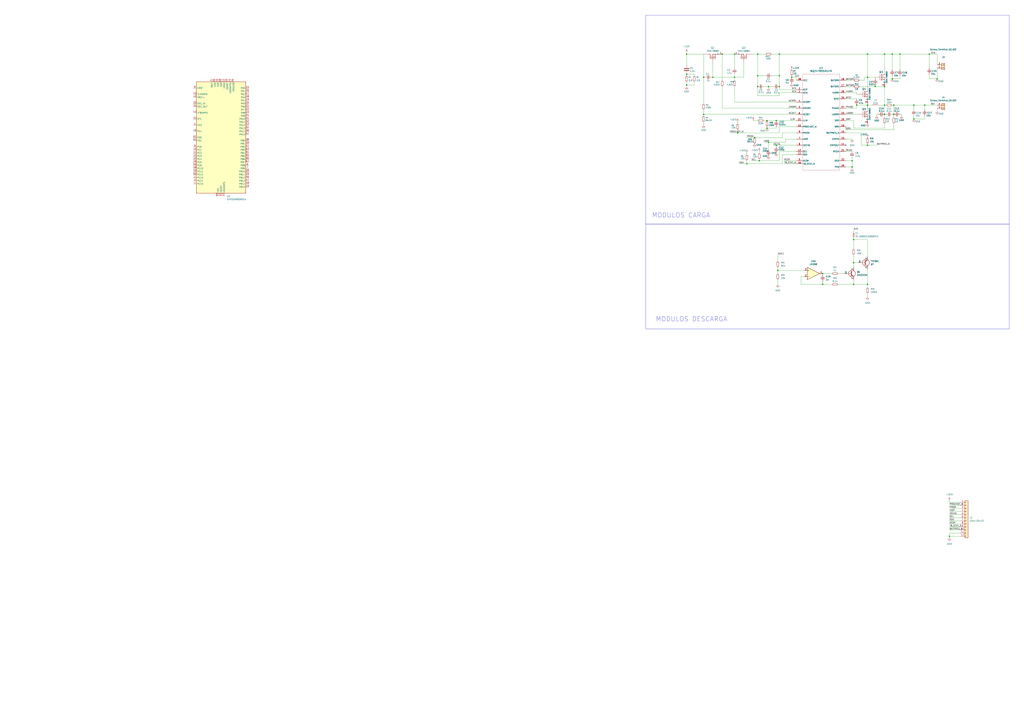
<source format=kicad_sch>
(kicad_sch (version 20250114) (generator "eeschema") (generator_version "9.0")
  (paper "A1")
  (title_block (title "Placa prueba BQ24780s") (date "2025-06-16") (rev "1.0"))
  (lib_symbols
    (symbol "Amplifier_Operational:LM358" (pin_names (offset 0.127))
      (property "Reference" "U" (at 0 5.08 0))
      (property "Value" "LM358" (at 0 -5.08 0))
      (symbol "LM358_1_1"
        (pin input line (at -7.62 2.54 0) (length 2.54) (name "+") (number "3"))
        (pin input line (at -7.62 -2.54 0) (length 2.54) (name "-") (number "2"))
        (pin output line (at 7.62 0 180) (length 2.54) (name "~") (number "1"))
      )
      (symbol "LM358_2_1"
        (pin input line (at -7.62 2.54 0) (length 2.54) (name "+") (number "5"))
        (pin input line (at -7.62 -2.54 0) (length 2.54) (name "-") (number "6"))
        (pin output line (at 7.62 0 180) (length 2.54) (name "~") (number "7"))
      )
      (symbol "LM358_3_1"
        (pin power_in line (at -2.54 7.62 270) (length 3.81) (name "V+") (number "8"))
        (pin power_in line (at -2.54 -7.62 90) (length 3.81) (name "V-") (number "4"))
      )
    )
    (symbol "CSD17308Q3:CSD17308Q3" (pin_names (offset 0.254))
      (property "Reference" "Q2" (at 8.89 0 90))
      (property "Value" "CSD17308Q3" (at 6.35 0 90))
      (symbol "CSD17308Q3_1_1"
        (pin unspecified line (at 3.81 -7.62 90) (length 2.54) (name "S") (number "3"))
      )
    )
    (symbol "CSD17308Q3_1" (pin_names (offset 0.254))
      (property "Reference" "Q6" (at 8.89 0 90))
      (property "Value" "CSD17308Q3" (at 6.35 0 90))
      (symbol "CSD17308Q3_1_1_1"
        (pin unspecified line (at 3.81 -7.62 90) (length 2.54) (name "S") (number "3"))
      )
    )
    (symbol "Connector:Screw_Terminal_01x02" (pin_names (offset 1.016) (hide yes))
      (property "Reference" "J" (at 0 2.54 0))
      (property "Value" "Screw_Terminal_01x02" (at 0 -5.08 0))
      (symbol "Screw_Terminal_01x02_1_1"
        (pin passive line (at -5.08 0 0) (length 3.81) (name "Pin_1") (number "1"))
        (pin passive line (at -5.08 -2.54 0) (length 3.81) (name "Pin_2") (number "2"))
      )
    )
    (symbol "Connector_Generic:Conn_01x12" (pin_names (offset 1.016) (hide yes))
      (property "Reference" "J" (at 0 15.24 0))
      (property "Value" "Conn_01x12" (at 0 -17.78 0))
      (symbol "Conn_01x12_1_1"
        (pin passive line (at -5.08 12.7 0) (length 3.81) (name "Pin_1") (number "1"))
        (pin passive line (at -5.08 10.16 0) (length 3.81) (name "Pin_2") (number "2"))
        (pin passive line (at -5.08 7.62 0) (length 3.81) (name "Pin_3") (number "3"))
        (pin passive line (at -5.08 5.08 0) (length 3.81) (name "Pin_4") (number "4"))
        (pin passive line (at -5.08 2.54 0) (length 3.81) (name "Pin_5") (number "5"))
        (pin passive line (at -5.08 0 0) (length 3.81) (name "Pin_6") (number "6"))
        (pin passive line (at -5.08 -2.54 0) (length 3.81) (name "Pin_7") (number "7"))
        (pin passive line (at -5.08 -5.08 0) (length 3.81) (name "Pin_8") (number "8"))
        (pin passive line (at -5.08 -7.62 0) (length 3.81) (name "Pin_9") (number "9"))
        (pin passive line (at -5.08 -10.16 0) (length 3.81) (name "Pin_10") (number "10"))
        (pin passive line (at -5.08 -12.7 0) (length 3.81) (name "Pin_11") (number "11"))
        (pin passive line (at -5.08 -15.24 0) (length 3.81) (name "Pin_12") (number "12"))
      )
    )
    (symbol "Device:C" (pin_numbers (hide yes)) (pin_names (offset 0.254))
      (property "Reference" "C" (at 0.635 2.54 0))
      (property "Value" "C" (at 0.635 -2.54 0))
      (symbol "C_1_1"
        (pin passive line (at 0 3.81 270) (length 2.794) (name "~") (number "1"))
        (pin passive line (at 0 -3.81 90) (length 2.794) (name "~") (number "2"))
      )
    )
    (symbol "Device:C_Small" (pin_numbers (hide yes)) (pin_names (offset 0.254) (hide yes))
      (property "Reference" "C" (at 0.254 1.778 0))
      (property "Value" "C_Small" (at 0.254 -2.032 0))
      (symbol "C_Small_1_1"
        (pin passive line (at 0 2.54 270) (length 2.032) (name "~") (number "1"))
        (pin passive line (at 0 -2.54 90) (length 2.032) (name "~") (number "2"))
      )
    )
    (symbol "Device:Fuse_Small" (pin_numbers (hide yes)) (pin_names (offset 0.254) (hide yes))
      (property "Reference" "F" (at 0 -1.524 0))
      (property "Value" "Fuse_Small" (at 0 1.524 0))
      (symbol "Fuse_Small_1_1"
        (pin passive line (at -2.54 0 0) (length 1.27) (name "~") (number "1"))
        (pin passive line (at 2.54 0 180) (length 1.27) (name "~") (number "2"))
      )
    )
    (symbol "Device:L_Small" (pin_numbers (hide yes)) (pin_names (offset 0.254) (hide yes))
      (property "Reference" "L" (at 0.762 1.016 0))
      (property "Value" "L_Small" (at 0.762 -1.016 0))
      (symbol "L_Small_1_1"
        (pin passive line (at 0 2.54 270) (length 0.508) (name "~") (number "1"))
        (pin passive line (at 0 -2.54 90) (length 0.508) (name "~") (number "2"))
      )
    )
    (symbol "Device:R_Small" (pin_numbers (hide yes)) (pin_names (offset 0.254) (hide yes))
      (property "Reference" "R" (at 0 0 90))
      (property "Value" "R_Small" (at 1.778 0 90))
      (symbol "R_Small_1_1"
        (pin passive line (at 0 2.54 270) (length 0.762) (name "~") (number "1"))
        (pin passive line (at 0 -2.54 90) (length 0.762) (name "~") (number "2"))
      )
    )
    (symbol "MCU_ST_STM32WB:STM32WB55RGVx"
      (property "Reference" "U" (at -20.32 46.99 0))
      (property "Value" "STM32WB55RGVx" (at 12.7 46.99 0))
      (symbol "STM32WB55RGVx_1_1"
        (pin input line (at -22.86 40.64 0) (length 2.54) (name "NRST") (number "8"))
        (pin power_in line (at -22.86 35.56 0) (length 2.54) (name "VLXSMPS") (number "43"))
        (pin input line (at -22.86 33.02 0) (length 2.54) (name "VREF+") (number "13"))
        (pin input line (at -22.86 27.94 0) (length 2.54) (name "OSC_IN") (number "35"))
        (pin input line (at -22.86 25.4 0) (length 2.54) (name "OSC_OUT") (number "34"))
        (pin input line (at -22.86 20.32 0) (length 2.54) (name "VFBSMPS") (number "41"))
        (pin bidirectional line (at -22.86 15.24 0) (length 2.54) (name "RF1") (number "31"))
        (pin bidirectional line (at -22.86 10.16 0) (length 2.54) (name "PH3") (number "5"))
        (pin bidirectional line (at -22.86 5.08 0) (length 2.54) (name "PE4") (number "40"))
        (pin bidirectional line (at -22.86 0 0) (length 2.54) (name "PD0") (number "61"))
        (pin bidirectional line (at -22.86 -2.54 0) (length 2.54) (name "PD1") (number "62"))
        (pin bidirectional line (at -22.86 -7.62 0) (length 2.54) (name "PC0") (number "9"))
        (pin bidirectional line (at -22.86 -10.16 0) (length 2.54) (name "PC1") (number "10"))
        (pin bidirectional line (at -22.86 -12.7 0) (length 2.54) (name "PC2") (number "11"))
        (pin bidirectional line (at -22.86 -15.24 0) (length 2.54) (name "PC3") (number "12"))
        (pin bidirectional line (at -22.86 -17.78 0) (length 2.54) (name "PC4") (number "25"))
        (pin bidirectional line (at -22.86 -20.32 0) (length 2.54) (name "PC5") (number "26"))
        (pin bidirectional line (at -22.86 -22.86 0) (length 2.54) (name "PC6") (number "50"))
        (pin bidirectional line (at -22.86 -25.4 0) (length 2.54) (name "PC10") (number "58"))
        (pin bidirectional line (at -22.86 -27.94 0) (length 2.54) (name "PC11") (number "59"))
        (pin bidirectional line (at -22.86 -30.48 0) (length 2.54) (name "PC12") (number "60"))
        (pin bidirectional line (at -22.86 -33.02 0) (length 2.54) (name "PC13") (number "2"))
        (pin bidirectional line (at -22.86 -35.56 0) (length 2.54) (name "PC14") (number "3"))
        (pin bidirectional line (at -22.86 -38.1 0) (length 2.54) (name "PC15") (number "4"))
        (pin no_connect line (at -20.32 -43.18 0) (length 2.54) (hide yes) (name "AT1") (number "37"))
        (pin no_connect line (at -20.32 -45.72 0) (length 2.54) (hide yes) (name "AT0") (number "36"))
        (pin power_in line (at -7.62 48.26 270) (length 2.54) (name "VBAT") (number "1"))
        (pin power_in line (at -5.08 48.26 270) (length 2.54) (name "VDD") (number "30"))
        (pin power_in line (at -2.54 48.26 270) (length 2.54) (name "VDD") (number "45"))
        (pin power_in line (at -2.54 -48.26 90) (length 2.54) (name "VSS") (number "69"))
        (pin power_in line (at 0 48.26 270) (length 2.54) (name "VDD") (number "68"))
        (pin power_in line (at 0 -48.26 90) (length 2.54) (name "VSSRF") (number "32"))
        (pin power_in line (at 2.54 48.26 270) (length 2.54) (name "VDDA") (number "14"))
        (pin power_in line (at 2.54 -48.26 90) (length 2.54) (name "VSSSMPS") (number "42"))
        (pin power_in line (at 5.08 48.26 270) (length 2.54) (name "VDDRF") (number "33"))
        (pin power_in line (at 7.62 48.26 270) (length 2.54) (name "VDDSMPS") (number "44"))
        (pin power_in line (at 10.16 48.26 270) (length 2.54) (name "VDDUSB") (number "55"))
        (pin bidirectional line (at 22.86 40.64 180) (length 2.54) (name "PA0") (number "15"))
        (pin bidirectional line (at 22.86 38.1 180) (length 2.54) (name "PA1") (number "16"))
        (pin bidirectional line (at 22.86 35.56 180) (length 2.54) (name "PA2") (number "17"))
        (pin bidirectional line (at 22.86 33.02 180) (length 2.54) (name "PA3") (number "18"))
        (pin bidirectional line (at 22.86 30.48 180) (length 2.54) (name "PA4") (number "19"))
        (pin bidirectional line (at 22.86 27.94 180) (length 2.54) (name "PA5") (number "20"))
        (pin bidirectional line (at 22.86 25.4 180) (length 2.54) (name "PA6") (number "21"))
        (pin bidirectional line (at 22.86 22.86 180) (length 2.54) (name "PA7") (number "22"))
        (pin bidirectional line (at 22.86 20.32 180) (length 2.54) (name "PA8") (number "23"))
        (pin bidirectional line (at 22.86 17.78 180) (length 2.54) (name "PA9") (number "24"))
        (pin bidirectional line (at 22.86 15.24 180) (length 2.54) (name "PA10") (number "51"))
        (pin bidirectional line (at 22.86 12.7 180) (length 2.54) (name "PA11") (number "52"))
        (pin bidirectional line (at 22.86 10.16 180) (length 2.54) (name "PA12") (number "53"))
        (pin bidirectional line (at 22.86 7.62 180) (length 2.54) (name "PA13") (number "54"))
        (pin bidirectional line (at 22.86 5.08 180) (length 2.54) (name "PA14") (number "56"))
        (pin bidirectional line (at 22.86 2.54 180) (length 2.54) (name "PA15") (number "57"))
        (pin bidirectional line (at 22.86 -2.54 180) (length 2.54) (name "PB0") (number "38"))
        (pin bidirectional line (at 22.86 -5.08 180) (length 2.54) (name "PB1") (number "39"))
        (pin bidirectional line (at 22.86 -7.62 180) (length 2.54) (name "PB2") (number "27"))
        (pin bidirectional line (at 22.86 -10.16 180) (length 2.54) (name "PB3") (number "63"))
        (pin bidirectional line (at 22.86 -12.7 180) (length 2.54) (name "PB4") (number "64"))
        (pin bidirectional line (at 22.86 -15.24 180) (length 2.54) (name "PB5") (number "65"))
        (pin bidirectional line (at 22.86 -17.78 180) (length 2.54) (name "PB6") (number "66"))
        (pin bidirectional line (at 22.86 -20.32 180) (length 2.54) (name "PB7") (number "67"))
        (pin bidirectional line (at 22.86 -22.86 180) (length 2.54) (name "PB8") (number "6"))
        (pin bidirectional line (at 22.86 -25.4 180) (length 2.54) (name "PB9") (number "7"))
        (pin bidirectional line (at 22.86 -27.94 180) (length 2.54) (name "PB10") (number "28"))
        (pin bidirectional line (at 22.86 -30.48 180) (length 2.54) (name "PB11") (number "29"))
        (pin bidirectional line (at 22.86 -33.02 180) (length 2.54) (name "PB12") (number "46"))
        (pin bidirectional line (at 22.86 -35.56 180) (length 2.54) (name "PB13") (number "47"))
        (pin bidirectional line (at 22.86 -38.1 180) (length 2.54) (name "PB14") (number "48"))
        (pin bidirectional line (at 22.86 -40.64 180) (length 2.54) (name "PB15") (number "49"))
      )
    )
    (symbol "Simulation_SPICE:NPN" (pin_numbers (hide yes)) (pin_names (offset 0))
      (property "Reference" "Q" (at -2.54 7.62 0))
      (property "Value" "NPN" (at -2.54 5.08 0))
      (symbol "NPN_1_1"
        (pin input line (at -5.08 0 0) (length 2.54) (name "B") (number "2"))
        (pin open_collector line (at 2.54 5.08 270) (length 2.54) (name "C") (number "1"))
        (pin open_emitter line (at 2.54 -5.08 90) (length 2.54) (name "E") (number "3"))
      )
    )
    (symbol "Simulation_SPICE:PNP" (pin_numbers (hide yes)) (pin_names (offset 0))
      (property "Reference" "Q" (at -2.54 7.62 0))
      (property "Value" "PNP" (at -2.54 5.08 0))
      (symbol "PNP_1_1"
        (pin input line (at -5.08 0 0) (length 2.54) (name "B") (number "2"))
        (pin open_collector line (at 2.54 5.08 270) (length 2.54) (name "C") (number "1"))
        (pin open_emitter line (at 2.54 -5.08 90) (length 2.54) (name "E") (number "3"))
      )
    )
    (symbol "power:+12V" (power) (pin_numbers (hide yes)) (pin_names (offset 0) (hide yes))
      (property "Value" "+12V" (at 0 3.556 0))
      (symbol "+12V_1_1"
        (pin power_in line (at 0 0 90) (length 0) (name "~") (number "1"))
      )
    )
    (symbol "power:+3V3" (power) (pin_numbers (hide yes)) (pin_names (offset 0) (hide yes))
      (property "Value" "+3V3" (at 0 3.556 0))
      (symbol "+3V3_1_1"
        (pin power_in line (at 0 0 90) (length 0) (name "~") (number "1"))
      )
    )
    (symbol "power:GND" (power) (pin_numbers (hide yes)) (pin_names (offset 0) (hide yes))
      (property "Value" "GND" (at 0 -3.81 0))
      (symbol "GND_1_1"
        (pin power_in line (at 0 0 270) (length 0) (name "~") (number "1"))
      )
    )
    (symbol "project_sch_symbols:BQ24780SRUYR" (pin_names (offset 0.254))
      (property "Reference" "U" (at 0 2.54 0))
      (property "Value" "BQ24780SRUYR" (at 0 0 0))
      (symbol "BQ24780SRUYR_0_1"
        (pin power_in line (at -20.32 33.02 0) (length 5.08) (name "VCC") (number "28"))
        (pin input line (at -20.32 25.4 0) (length 5.08) (name "ACP") (number "2"))
        (pin input line (at -20.32 22.86 0) (length 5.08) (name "ACN") (number "1"))
        (pin output line (at -20.32 15.24 0) (length 5.08) (name "ACDRV") (number "4"))
        (pin input line (at -20.32 10.16 0) (length 5.08) (name "CMSRC") (number "3"))
        (pin input line (at -20.32 5.08 0) (length 5.08) (name "ACDET") (number "6"))
        (pin input line (at -20.32 0 0) (length 5.08) (name "ILIM") (number "21"))
        (pin output line (at -20.32 -5.08 0) (length 5.08) (name "PROCHOT_N") (number "10"))
        (pin output line (at -20.32 -10.16 0) (length 5.08) (name "PMON") (number "9"))
        (pin output line (at -20.32 -15.24 0) (length 5.08) (name "IADP") (number "7"))
        (pin output line (at -20.32 -20.32 0) (length 5.08) (name "IDCHG") (number "8"))
        (pin bidirectional line (at -20.32 -25.4 0) (length 5.08) (name "SCL") (number "12"))
        (pin bidirectional line (at -20.32 -27.94 0) (length 5.08) (name "SDA") (number "11"))
        (pin output line (at -20.32 -33.02 0) (length 5.08) (name "ACOK") (number "5"))
        (pin input line (at -20.32 -35.56 0) (length 5.08) (name "TB_STAT_N") (number "16"))
        (pin input line (at 20.32 33.02 180) (length 5.08) (name "BATDRV") (number "18"))
        (pin output line (at 20.32 27.94 180) (length 5.08) (name "BATSRC") (number "17"))
        (pin power_in line (at 20.32 22.86 180) (length 5.08) (name "HIDRV") (number "26"))
        (pin power_in line (at 20.32 17.78 180) (length 5.08) (name "BTST") (number "25"))
        (pin power_in line (at 20.32 10.16 180) (length 5.08) (name "PHASE") (number "27"))
        (pin output line (at 20.32 5.08 180) (length 5.08) (name "LODRV") (number "23"))
        (pin input line (at 20.32 0 180) (length 5.08) (name "SRP") (number "20"))
        (pin input line (at 20.32 -5.08 180) (length 5.08) (name "SRN") (number "19"))
        (pin input line (at 20.32 -10.16 180) (length 5.08) (name "BATPRES_N") (number "15"))
        (pin input line (at 20.32 -15.24 180) (length 5.08) (name "CMPIN") (number "13"))
        (pin output line (at 20.32 -20.32 180) (length 5.08) (name "CMPOUT") (number "14"))
        (pin power_in line (at 20.32 -25.4 180) (length 5.08) (name "REGN") (number "24"))
        (pin power_in line (at 20.32 -33.02 180) (length 5.08) (name "GND") (number "22"))
        (pin power_in line (at 20.32 -38.1 180) (length 5.08) (name "PAD") (number "29"))
      )
    )
  )
  (rectangle (start 803.91 170.18) (end 803.91 170.18))
  (rectangle (start 530.352 12.446) (end 828.802 184.15))
  (rectangle (start 530.352 184.15) (end 828.802 270.256))
  (text "MODULOS DESCARGA" (at 567.944 262.382 0) (effects (font (size 3.81 3.81))))
  (text "MODULOS CARGA" (at 559.308 177.038 0) (effects (font (size 3.81 3.81))))
  (junction (at 605.79 109.22))
  (junction (at 638.81 222.25))
  (junction (at 699.77 132.08))
  (junction (at 577.85 63.5))
  (junction (at 563.88 69.85))
  (junction (at 703.58 86.36))
  (junction (at 577.85 93.98))
  (junction (at 726.44 44.45))
  (junction (at 750.57 97.79))
  (junction (at 613.41 134.62))
  (junction (at 585.47 63.5))
  (junction (at 769.62 64.77))
  (junction (at 593.09 44.45))
  (junction (at 622.3 44.45))
  (junction (at 712.47 63.5))
  (junction (at 726.44 71.12))
  (junction (at 603.25 44.45))
  (junction (at 675.64 233.68))
  (junction (at 732.79 64.77))
  (junction (at 631.19 116.84))
  (junction (at 631.19 71.12))
  (junction (at 637.54 119.38))
  (junction (at 675.64 224.79))
  (junction (at 603.25 63.5))
  (junction (at 701.04 215.9))
  (junction (at 734.06 93.98))
  (junction (at 699.77 137.16))
  (junction (at 619.76 113.03))
  (junction (at 726.44 93.98))
  (junction (at 732.79 44.45))
  (junction (at 712.47 233.68))
  (junction (at 726.44 86.36))
  (junction (at 563.88 60.96))
  (junction (at 623.57 132.08))
  (junction (at 629.92 99.06))
  (junction (at 712.47 119.38))
  (junction (at 563.88 44.45))
  (junction (at 763.27 44.45))
  (junction (at 640.08 44.45))
  (junction (at 640.08 62.23))
  (junction (at 779.78 440.69))
  (junction (at 622.3 71.12))
  (junction (at 712.47 44.45))
  (junction (at 718.82 71.12))
  (junction (at 734.06 86.36))
  (junction (at 759.46 86.36))
  (junction (at 739.14 44.45))
  (junction (at 637.54 99.06))
  (junction (at 701.04 196.85))
  (junction (at 650.24 63.5))
  (junction (at 629.92 105.41))
  (junction (at 712.47 86.36))
  (junction (at 701.04 233.68))
  (junction (at 622.3 62.23))
  (junction (at 640.08 71.12))
  (junction (at 750.57 86.36))
  (no_connect (at 694.69 119.38))
  (wire (pts (xy 637.54 99.06) (xy 654.05 99.06)))
  (wire (pts (xy 701.04 215.9) (xy 704.85 215.9)))
  (wire (pts (xy 701.04 189.23) (xy 701.04 190.5)))
  (wire (pts (xy 618.49 99.06) (xy 622.3 99.06)))
  (wire (pts (xy 734.06 93.98) (xy 734.06 96.52)))
  (wire (pts (xy 577.85 93.98) (xy 577.85 95.25)))
  (wire (pts (xy 603.25 63.5) (xy 610.87 63.5)))
  (wire (pts (xy 657.86 227.33) (xy 660.4 227.33)))
  (wire (pts (xy 675.64 233.68) (xy 657.86 233.68)))
  (wire (pts (xy 712.47 86.36) (xy 712.47 88.9)))
  (wire (pts (xy 603.25 83.82) (xy 654.05 83.82)))
  (wire (pts (xy 701.04 229.87) (xy 701.04 233.68)))
  (wire (pts (xy 694.69 81.28) (xy 703.58 81.28)))
  (wire (pts (xy 779.78 433.07) (xy 788.67 433.07)))
  (wire (pts (xy 642.62 109.22) (xy 642.62 113.03)))
  (wire (pts (xy 631.19 71.12) (xy 631.19 72.39)))
  (wire (pts (xy 623.57 130.81) (xy 623.57 132.08)))
  (wire (pts (xy 779.78 438.15) (xy 779.78 440.69)))
  (wire (pts (xy 613.41 132.08) (xy 613.41 134.62)))
  (wire (pts (xy 640.08 132.08) (xy 640.08 124.46)))
  (wire (pts (xy 734.06 101.6) (xy 734.06 106.68)))
  (wire (pts (xy 779.78 438.15) (xy 788.67 438.15)))
  (wire (pts (xy 618.49 44.45) (xy 622.3 44.45)))
  (wire (pts (xy 726.44 105.41) (xy 726.44 101.6)))
  (wire (pts (xy 701.04 66.04) (xy 694.69 66.04)))
  (wire (pts (xy 779.78 420.37) (xy 788.67 420.37)))
  (wire (pts (xy 563.88 62.23) (xy 563.88 60.96)))
  (wire (pts (xy 701.04 209.55) (xy 701.04 215.9)))
  (wire (pts (xy 763.27 64.77) (xy 769.62 64.77)))
  (wire (pts (xy 638.81 229.87) (xy 638.81 233.68)))
  (wire (pts (xy 694.69 109.22) (xy 707.39 109.22)))
  (wire (pts (xy 759.46 95.25) (xy 759.46 97.79)))
  (wire (pts (xy 577.85 90.17) (xy 577.85 93.98)))
  (wire (pts (xy 631.19 116.84) (xy 645.16 116.84)))
  (wire (pts (xy 593.09 71.12) (xy 593.09 88.9)))
  (wire (pts (xy 759.46 90.17) (xy 759.46 86.36)))
  (wire (pts (xy 701.04 233.68) (xy 712.47 233.68)))
  (wire (pts (xy 734.06 86.36) (xy 734.06 93.98)))
  (wire (pts (xy 563.88 43.18) (xy 563.88 44.45)))
  (wire (pts (xy 703.58 86.36) (xy 712.47 86.36)))
  (wire (pts (xy 703.58 88.9) (xy 703.58 86.36)))
  (wire (pts (xy 640.08 78.74) (xy 640.08 76.2)))
  (wire (pts (xy 599.44 109.22) (xy 605.79 109.22)))
  (wire (pts (xy 712.47 220.98) (xy 712.47 233.68)))
  (wire (pts (xy 709.93 63.5) (xy 712.47 63.5)))
  (wire (pts (xy 712.47 44.45) (xy 726.44 44.45)))
  (wire (pts (xy 726.44 71.12) (xy 726.44 86.36)))
  (wire (pts (xy 633.73 62.23) (xy 640.08 62.23)))
  (wire (pts (xy 732.79 44.45) (xy 732.79 57.15)))
  (wire (pts (xy 707.39 109.22) (xy 707.39 119.38)))
  (wire (pts (xy 720.09 93.98) (xy 721.36 93.98)))
  (wire (pts (xy 640.08 62.23) (xy 640.08 71.12)))
  (wire (pts (xy 638.81 209.55) (xy 638.81 214.63)))
  (wire (pts (xy 694.69 93.98) (xy 704.85 93.98)))
  (wire (pts (xy 712.47 63.5) (xy 718.82 63.5)))
  (wire (pts (xy 759.46 86.36) (xy 769.62 86.36)))
  (wire (pts (xy 622.3 44.45) (xy 628.65 44.45)))
  (wire (pts (xy 642.62 113.03) (xy 619.76 113.03)))
  (wire (pts (xy 732.79 64.77) (xy 739.14 64.77)))
  (wire (pts (xy 769.62 55.88) (xy 769.62 64.77)))
  (wire (pts (xy 712.47 44.45) (xy 712.47 63.5)))
  (wire (pts (xy 637.54 120.65) (xy 637.54 119.38)))
  (wire (pts (xy 750.57 90.17) (xy 750.57 86.36)))
  (wire (pts (xy 701.04 219.71) (xy 701.04 215.9)))
  (wire (pts (xy 699.77 132.08) (xy 694.69 132.08)))
  (wire (pts (xy 694.69 114.3) (xy 699.77 114.3)))
  (wire (pts (xy 642.62 109.22) (xy 654.05 109.22)))
  (wire (pts (xy 721.36 86.36) (xy 726.44 86.36)))
  (wire (pts (xy 629.92 105.41) (xy 629.92 104.14)))
  (wire (pts (xy 726.44 44.45) (xy 732.79 44.45)))
  (wire (pts (xy 694.69 106.68) (xy 694.69 104.14)))
  (wire (pts (xy 640.08 76.2) (xy 654.05 76.2)))
  (wire (pts (xy 726.44 44.45) (xy 726.44 55.88)))
  (wire (pts (xy 623.57 124.46) (xy 623.57 125.73)))
  (wire (pts (xy 727.71 93.98) (xy 726.44 93.98)))
  (wire (pts (xy 622.3 71.12) (xy 622.3 78.74)))
  (wire (pts (xy 712.47 233.68) (xy 712.47 236.22)))
  (wire (pts (xy 622.3 62.23) (xy 628.65 62.23)))
  (wire (pts (xy 675.64 233.68) (xy 683.26 233.68)))
  (wire (pts (xy 627.38 99.06) (xy 629.92 99.06)))
  (wire (pts (xy 712.47 85.09) (xy 712.47 86.36)))
  (wire (pts (xy 701.04 195.58) (xy 701.04 196.85)))
  (wire (pts (xy 631.19 116.84) (xy 631.19 123.19)))
  (wire (pts (xy 585.47 63.5) (xy 584.2 63.5)))
  (wire (pts (xy 640.08 73.66) (xy 654.05 73.66)))
  (wire (pts (xy 637.54 119.38) (xy 654.05 119.38)))
  (wire (pts (xy 699.77 132.08) (xy 699.77 137.16)))
  (wire (pts (xy 623.57 132.08) (xy 640.08 132.08)))
  (wire (pts (xy 570.23 62.23) (xy 570.23 60.96)))
  (wire (pts (xy 631.19 71.12) (xy 635 71.12)))
  (wire (pts (xy 779.78 430.53) (xy 788.67 430.53)))
  (wire (pts (xy 750.57 95.25) (xy 750.57 97.79)))
  (wire (pts (xy 779.78 427.99) (xy 788.67 427.99)))
  (wire (pts (xy 638.81 219.71) (xy 638.81 222.25)))
  (wire (pts (xy 712.47 119.38) (xy 720.09 119.38)))
  (wire (pts (xy 769.62 88.9) (xy 769.62 91.44)))
  (wire (pts (xy 779.78 425.45) (xy 788.67 425.45)))
  (wire (pts (xy 699.77 137.16) (xy 699.77 138.43)))
  (wire (pts (xy 613.41 134.62) (xy 642.62 134.62)))
  (wire (pts (xy 726.44 105.41) (xy 701.04 105.41)))
  (wire (pts (xy 694.69 137.16) (xy 699.77 137.16)))
  (wire (pts (xy 688.34 233.68) (xy 701.04 233.68)))
  (wire (pts (xy 622.3 78.74) (xy 640.08 78.74)))
  (wire (pts (xy 712.47 119.38) (xy 712.47 118.11)))
  (wire (pts (xy 563.88 44.45) (xy 577.85 44.45)))
  (wire (pts (xy 694.69 124.46) (xy 699.77 124.46)))
  (wire (pts (xy 779.78 435.61) (xy 788.67 435.61)))
  (wire (pts (xy 701.04 99.06) (xy 694.69 99.06)))
  (wire (pts (xy 739.14 62.23) (xy 739.14 64.77)))
  (wire (pts (xy 627.38 71.12) (xy 631.19 71.12)))
  (wire (pts (xy 603.25 63.5) (xy 603.25 66.04)))
  (wire (pts (xy 779.78 412.75) (xy 788.67 412.75)))
  (wire (pts (xy 640.08 104.14) (xy 640.08 109.22)))
  (wire (pts (xy 694.69 88.9) (xy 703.58 88.9)))
  (wire (pts (xy 640.08 104.14) (xy 654.05 104.14)))
  (wire (pts (xy 712.47 63.5) (xy 712.47 69.85)))
  (wire (pts (xy 629.92 99.06) (xy 637.54 99.06)))
  (wire (pts (xy 750.57 97.79) (xy 759.46 97.79)))
  (wire (pts (xy 654.05 66.04) (xy 654.05 63.5)))
  (wire (pts (xy 657.86 233.68) (xy 657.86 227.33)))
  (wire (pts (xy 617.22 132.08) (xy 623.57 132.08)))
  (wire (pts (xy 706.12 71.12) (xy 718.82 71.12)))
  (wire (pts (xy 709.93 66.04) (xy 706.12 66.04)))
  (wire (pts (xy 577.85 93.98) (xy 654.05 93.98)))
  (wire (pts (xy 603.25 60.96) (xy 603.25 63.5)))
  (wire (pts (xy 563.88 60.96) (xy 570.23 60.96)))
  (wire (pts (xy 610.87 52.07) (xy 610.87 63.5)))
  (wire (pts (xy 637.54 105.41) (xy 637.54 104.14)))
  (wire (pts (xy 740.41 93.98) (xy 740.41 95.25)))
  (wire (pts (xy 739.14 93.98) (xy 740.41 93.98)))
  (wire (pts (xy 732.79 86.36) (xy 734.06 86.36)))
  (wire (pts (xy 701.04 71.12) (xy 694.69 71.12)))
  (wire (pts (xy 712.47 196.85) (xy 701.04 196.85)))
  (wire (pts (xy 627.38 116.84) (xy 631.19 116.84)))
  (wire (pts (xy 712.47 241.3) (xy 712.47 243.84)))
  (wire (pts (xy 640.08 71.12) (xy 640.08 73.66)))
  (wire (pts (xy 718.82 71.12) (xy 726.44 71.12)))
  (wire (pts (xy 694.69 76.2) (xy 703.58 76.2)))
  (wire (pts (xy 622.3 44.45) (xy 622.3 62.23)))
  (wire (pts (xy 779.78 422.91) (xy 788.67 422.91)))
  (wire (pts (xy 593.09 44.45) (xy 593.09 66.04)))
  (wire (pts (xy 563.88 69.85) (xy 570.23 69.85)))
  (wire (pts (xy 605.79 109.22) (xy 640.08 109.22)))
  (wire (pts (xy 642.62 127) (xy 654.05 127)))
  (wire (pts (xy 734.06 86.36) (xy 750.57 86.36)))
  (wire (pts (xy 577.85 44.45) (xy 577.85 63.5)))
  (wire (pts (xy 739.14 44.45) (xy 763.27 44.45)))
  (wire (pts (xy 605.79 106.68) (xy 605.79 109.22)))
  (wire (pts (xy 585.47 52.07) (xy 585.47 63.5)))
  (wire (pts (xy 779.78 440.69) (xy 788.67 440.69)))
  (wire (pts (xy 734.06 93.98) (xy 732.79 93.98)))
  (wire (pts (xy 643.89 132.08) (xy 654.05 132.08)))
  (wire (pts (xy 763.27 44.45) (xy 769.62 44.45)))
  (wire (pts (xy 675.64 226.06) (xy 675.64 224.79)))
  (wire (pts (xy 629.92 105.41) (xy 637.54 105.41)))
  (wire (pts (xy 640.08 44.45) (xy 640.08 62.23)))
  (wire (pts (xy 645.16 114.3) (xy 654.05 114.3)))
  (wire (pts (xy 675.64 224.79) (xy 683.26 224.79)))
  (wire (pts (xy 688.34 224.79) (xy 693.42 224.79)))
  (wire (pts (xy 699.77 129.54) (xy 699.77 132.08)))
  (wire (pts (xy 763.27 44.45) (xy 763.27 55.88)))
  (wire (pts (xy 645.16 114.3) (xy 645.16 116.84)))
  (wire (pts (xy 703.58 77.47) (xy 704.85 77.47)))
  (wire (pts (xy 570.23 69.85) (xy 570.23 67.31)))
  (wire (pts (xy 613.41 113.03) (xy 619.76 113.03)))
  (wire (pts (xy 650.24 62.23) (xy 650.24 63.5)))
  (wire (pts (xy 603.25 71.12) (xy 603.25 83.82)))
  (wire (pts (xy 563.88 69.85) (xy 563.88 71.12)))
  (wire (pts (xy 779.78 411.48) (xy 779.78 412.75)))
  (wire (pts (xy 720.09 95.25) (xy 720.09 93.98)))
  (wire (pts (xy 709.93 63.5) (xy 709.93 66.04)))
  (wire (pts (xy 779.78 417.83) (xy 788.67 417.83)))
  (wire (pts (xy 726.44 86.36) (xy 726.44 93.98)))
  (wire (pts (xy 769.62 44.45) (xy 769.62 53.34)))
  (wire (pts (xy 638.81 222.25) (xy 660.4 222.25)))
  (wire (pts (xy 726.44 93.98) (xy 726.44 96.52)))
  (wire (pts (xy 603.25 63.5) (xy 585.47 63.5)))
  (wire (pts (xy 577.85 63.5) (xy 577.85 85.09)))
  (wire (pts (xy 654.05 63.5) (xy 650.24 63.5)))
  (wire (pts (xy 613.41 125.73) (xy 613.41 127)))
  (wire (pts (xy 726.44 86.36) (xy 727.71 86.36)))
  (wire (pts (xy 739.14 44.45) (xy 739.14 57.15)))
  (wire (pts (xy 563.88 67.31) (xy 563.88 69.85)))
  (wire (pts (xy 605.79 100.33) (xy 605.79 101.6)))
  (wire (pts (xy 633.73 44.45) (xy 640.08 44.45)))
  (wire (pts (xy 593.09 44.45) (xy 603.25 44.45)))
  (wire (pts (xy 701.04 196.85) (xy 701.04 204.47)))
  (wire (pts (xy 763.27 60.96) (xy 763.27 64.77)))
  (wire (pts (xy 635 119.38) (xy 637.54 119.38)))
  (wire (pts (xy 712.47 86.36) (xy 716.28 86.36)))
  (wire (pts (xy 732.79 44.45) (xy 739.14 44.45)))
  (wire (pts (xy 607.06 134.62) (xy 613.41 134.62)))
  (wire (pts (xy 707.39 119.38) (xy 712.47 119.38)))
  (wire (pts (xy 577.85 100.33) (xy 577.85 102.87)))
  (wire (pts (xy 563.88 44.45) (xy 563.88 53.34)))
  (wire (pts (xy 640.08 124.46) (xy 654.05 124.46)))
  (wire (pts (xy 640.08 44.45) (xy 712.47 44.45)))
  (wire (pts (xy 779.78 440.69) (xy 779.78 441.96)))
  (wire (pts (xy 703.58 77.47) (xy 703.58 76.2)))
  (wire (pts (xy 643.89 134.62) (xy 654.05 134.62)))
  (wire (pts (xy 750.57 86.36) (xy 759.46 86.36)))
  (wire (pts (xy 638.81 222.25) (xy 638.81 224.79)))
  (wire (pts (xy 779.78 415.29) (xy 788.67 415.29)))
  (wire (pts (xy 622.3 62.23) (xy 622.3 71.12)))
  (wire (pts (xy 603.25 44.45) (xy 603.25 55.88)))
  (wire (pts (xy 718.82 69.85) (xy 718.82 71.12)))
  (wire (pts (xy 579.12 63.5) (xy 577.85 63.5)))
  (wire (pts (xy 642.62 134.62) (xy 642.62 127)))
  (wire (pts (xy 675.64 231.14) (xy 675.64 233.68)))
  (wire (pts (xy 732.79 62.23) (xy 732.79 64.77)))
  (wire (pts (xy 593.09 88.9) (xy 654.05 88.9)))
  (wire (pts (xy 712.47 210.82) (xy 712.47 196.85)))
  (wire (pts (xy 701.04 105.41) (xy 701.04 99.06)))
  (wire (pts (xy 694.69 106.68) (xy 734.06 106.68)))
  (wire (pts (xy 718.82 63.5) (xy 718.82 64.77)))
  (label "BTST" (at 694.69 81.28 0))
  (label "LODRV" (at 694.69 93.98 0))
  (label "PMON" (at 779.78 417.83 0))
  (label "IDCHG" (at 635 119.38 0))
  (label "SRN" (at 694.69 106.68 0))
  (label "IADP" (at 627.38 116.84 0))
  (label "BATSRC" (at 694.69 71.12 0))
  (label "PROCHOT_N" (at 599.44 109.22 0))
  (label "SYS" (at 650.24 73.66 0))
  (label "SDA" (at 779.78 427.99 0))
  (label "SRP" (at 694.69 99.06 0))
  (label "CMSRC" (at 647.7 88.9 0))
  (label "ACDRV" (at 647.7 83.82 0))
  (label "PHASE" (at 694.69 88.9 0))
  (label "ACDET" (at 647.7 93.98 0))
  (label "BAT" (at 764.54 86.36 0))
  (label "SDA" (at 607.06 134.62 0))
  (label "BATPRES_N" (at 720.09 119.38 0))
  (label "ACOK" (at 643.89 132.08 0))
  (label "PROCHOT_N" (at 779.78 415.29 0))
  (label "TB_STAT_N" (at 643.89 134.62 0))
  (label "IADP" (at 779.78 420.37 0))
  (label "PMON" (at 613.41 113.03 0))
  (label "BATDRV" (at 694.69 66.04 0))
  (label "SYS" (at 764.54 44.45 0))
  (label "DAC1" (at 638.81 209.55 0))
  (label "ACN" (at 650.24 76.2 0))
  (label "REGN" (at 694.69 124.46 0))
  (label "ILIM" (at 648.97 99.06 0))
  (label "SCL" (at 617.22 132.08 0))
  (label "HIDRV" (at 694.69 76.2 0))
  (label "BATPRES_N" (at 779.78 435.61 0))
  (label "VCC" (at 652.78 63.5 0))
  (label "TB_STAT_N" (at 779.78 433.07 0))
  (label "SCL" (at 779.78 425.45 0))
  (label "SYS" (at 701.04 189.23 0))
  (label "ACOK" (at 779.78 430.53 0))
  (label "IDCHG" (at 779.78 422.91 0))
  (symbol (lib_id "Device:R_Small") (at 577.85 97.79 0) (unit 1)
    (property "Reference" "R4" (at 579.628 96.774 0) (effects (font (size 1.016 1.016)) (justify left)))
    (property "Value" "66.5k" (at 579.374 98.806 0) (effects (justify left)))
    (property "Footprint" "Resistor_SMD:R_1206_3216Metric" (effects (hide yes)))
    (property "Description" "Resistor, small symbol" (effects (hide yes)))
  )
  (symbol (lib_id "Device:R_Small") (at 624.84 99.06 90) (unit 1)
    (property "Reference" "R21" (at 624.84 96.774 90) (effects (font (size 1.016 1.016))))
    (property "Value" "316k" (at 624.84 101.346 90))
    (property "Footprint" "Resistor_SMD:R_1206_3216Metric" (effects (hide yes)))
    (property "Description" "Resistor, small symbol" (effects (hide yes)))
  )
  (symbol (lib_id "Device:R_Small") (at 712.47 115.57 0) (unit 1)
    (property "Reference" "R16" (at 714.248 113.792 0) (effects (font (size 1.016 1.016)) (justify left)))
    (property "Value" "10k" (at 714.248 116.332 0) (effects (justify left)))
    (property "Footprint" "Resistor_SMD:R_1206_3216Metric" (effects (hide yes)))
    (property "Description" "Resistor, small symbol" (effects (hide yes)))
  )
  (symbol (lib_id "project_sch_symbols:BQ24780SRUYR") (at 674.37 99.06 0) (unit 1)
    (property "Reference" "U1" (at 674.37 55.88 0) (effects (font (size 1.524 1.524))))
    (property "Value" "BQ24780SRUYR" (at 674.37 58.42 0) (effects (font (size 1.524 1.524))))
    (property "Footprint" "BQ24780S:RUY0028A" (effects (hide yes)))
    (property "Datasheet" "BQ24780SRUYR" (effects (hide yes)))
  )
  (symbol (lib_id "power:GND") (at 769.62 91.44 0) (unit 1)
    (property "Reference" "#PWR025" (effects (hide yes)))
    (property "Value" "GND" (at 772.922 93.472 0))
    (property "Description" "Power symbol creates a global label with name \"GND\" , ground" (effects (hide yes)))
  )
  (symbol (lib_id "power:+3V3") (at 779.78 411.48 0) (unit 1)
    (property "Reference" "#PWR010" (effects (hide yes)))
    (property "Value" "+3V3" (at 779.78 406.4 0))
    (property "Description" "Power symbol creates a global label with name \"+3V3\"" (effects (hide yes)))
  )
  (symbol (lib_id "Device:C_Small") (at 739.14 59.69 0) (unit 1)
    (property "Reference" "C18" (at 741.172 59.69 0) (effects (justify left)))
    (property "Value" "10u" (at 740.41 61.976 0) (effects (justify left)))
    (property "Footprint" "Capacitor_SMD:C_0805_2012Metric" (effects (hide yes)))
    (property "Description" "Unpolarized capacitor, small symbol" (effects (hide yes)))
  )
  (symbol (lib_id "Device:R_Small") (at 726.44 99.06 0) (unit 1)
    (property "Reference" "R13" (at 727.456 97.79 0) (effects (font (size 1.016 1.016)) (justify left)))
    (property "Value" "10" (at 727.456 99.822 0) (effects (justify left)))
    (property "Footprint" "Resistor_SMD:R_1206_3216Metric" (effects (hide yes)))
    (property "Description" "Resistor, small symbol" (effects (hide yes)))
  )
  (symbol (lib_id "Simulation_SPICE:PNP") (at 709.93 215.9 0) (mirror x) (unit 1)
    (property "Reference" "Q7" (at 715.01 217.1701 0) (effects (justify left)))
    (property "Value" "TIP36C" (at 715.01 214.6301 0) (effects (justify left)))
    (property "Footprint" "Package_TO_SOT_THT:TO-247-3_Vertical" (effects (hide yes)))
    (property "Datasheet" "https://jlcpcb.com/api/file/downloadByFileSystemAccessId/8588894836959424513" (effects (hide yes)))
    (property "Description" "Bipolar transistor symbol for simulation only, substrate tied to the emitter" (effects (hide yes)))
    (property "Sim.Device" "PNP" (effects (hide yes)))
    (property "Sim.Type" "GUMMELPOON" (effects (hide yes)))
    (property "Sim.Pins" "1=C 2=B 3=E" (effects (hide yes)))
  )
  (symbol (lib_id "power:GND") (at 699.77 114.3 0) (unit 1)
    (property "Reference" "#PWR011" (effects (hide yes)))
    (property "Value" "GND" (at 699.77 119.38 0))
    (property "Description" "Power symbol creates a global label with name \"GND\" , ground" (effects (hide yes)))
  )
  (symbol (lib_id "Device:R_Small") (at 734.06 99.06 0) (unit 1)
    (property "Reference" "R14" (at 735.076 97.79 0) (effects (font (size 1.016 1.016)) (justify left)))
    (property "Value" "10" (at 735.076 99.822 0) (effects (justify left)))
    (property "Footprint" "Resistor_SMD:R_1206_3216Metric" (effects (hide yes)))
    (property "Description" "Resistor, small symbol" (effects (hide yes)))
  )
  (symbol (lib_id "power:+3V3") (at 712.47 113.03 0) (unit 1)
    (property "Reference" "#PWR022" (effects (hide yes)))
    (property "Value" "+3V3" (at 709.168 110.49 0))
    (property "Description" "Power symbol creates a global label with name \"+3V3\"" (effects (hide yes)))
  )
  (symbol (lib_id "power:GND") (at 699.77 138.43 0) (unit 1)
    (property "Reference" "#PWR06" (effects (hide yes)))
    (property "Value" "GND" (at 699.77 141.986 0))
    (property "Description" "Power symbol creates a global label with name \"GND\" , ground" (effects (hide yes)))
  )
  (symbol (lib_name "CSD17308Q3_1") (lib_id "CSD17308Q3:CSD17308Q3") (at 722.63 63.5 0) (unit 1)
    (property "Reference" "Q3" (at 723.646 59.182 0) (effects (font (size 1.524 1.524))))
    (property "Value" "CSD17308Q3" (at 728.218 63.5 90) (effects (font (size 1.016 1.016))))
    (property "Footprint" "CSD17308Q3:DQG0008A" (effects (hide yes)))
    (property "Datasheet" "https://www.ti.com/lit/gpn/csd16323q3" (effects (hide yes)))
  )
  (symbol (lib_id "Device:C") (at 563.88 57.15 0) (unit 1)
    (property "Reference" "C0" (at 566.42 55.88 0) (effects (justify left)))
    (property "Value" "2.2u" (at 566.42 58.42 0) (effects (justify left)))
    (property "Footprint" "Capacitor_SMD:C_0805_2012Metric" (effects (hide yes)))
    (property "Description" "Unpolarized capacitor" (effects (hide yes)))
  )
  (symbol (lib_id "Device:C_Small") (at 637.54 71.12 90) (unit 1)
    (property "Reference" "C3" (at 636.27 74.168 90) (effects (justify right)))
    (property "Value" "0.1u" (at 635.508 75.946 90) (effects (justify right)))
    (property "Footprint" "Capacitor_SMD:C_0805_2012Metric" (effects (hide yes)))
    (property "Description" "Unpolarized capacitor, small symbol" (effects (hide yes)))
  )
  (symbol (lib_id "MCU_ST_STM32WB:STM32WB55RGVx") (at 181.61 113.03 0) (unit 1)
    (property "Reference" "U2" (at 186.2933 161.29 0) (effects (justify left)))
    (property "Value" "STM32WB55RGVx" (at 186.2933 163.83 0) (effects (justify left)))
    (property "Footprint" "Package_DFN_QFN:QFN-68-1EP_8x8mm_P0.4mm_EP6.4x6.4mm" (effects (hide yes)))
    (property "Datasheet" "https://www.st.com/resource/en/datasheet/stm32wb55rg.pdf" (effects (hide yes)))
    (property "Description" "STMicroelectronics Arm Cortex-M4 MCU, 1024KB flash, 256KB RAM, 64 MHz, 1.71-3.6V, 49 GPIO, VFQFPN68" (effects (hide yes)))
  )
  (symbol (lib_id "Device:R_Small") (at 577.85 87.63 0) (unit 1)
    (property "Reference" "R3" (at 579.628 86.36 0) (effects (font (size 1.016 1.016)) (justify left)))
    (property "Value" "430k" (at 579.374 88.392 0) (effects (justify left)))
    (property "Footprint" "Resistor_SMD:R_1206_3216Metric" (effects (hide yes)))
    (property "Description" "Resistor, small symbol" (effects (hide yes)))
  )
  (symbol (lib_id "Device:Fuse_Small") (at 701.04 193.04 90) (unit 1)
    (property "Reference" "F1" (at 702.31 191.7699 90) (effects (justify right)))
    (property "Value" "3F.1000212000R1N" (at 702.31 194.3099 90) (effects (justify right)))
    (property "Footprint" "Fuse:Fuse_2920_7451Metric" (effects (hide yes)))
    (property "Description" "Fuse, small symbol" (effects (hide yes)))
  )
  (symbol (lib_id "power:GND") (at 619.76 118.11 0) (unit 1)
    (property "Reference" "#PWR021" (effects (hide yes)))
    (property "Value" "GND" (at 623.316 119.126 0))
    (property "Description" "Power symbol creates a global label with name \"GND\" , ground" (effects (hide yes)))
  )
  (symbol (lib_id "power:GND") (at 720.09 95.25 0) (unit 1)
    (property "Reference" "#PWR013" (effects (hide yes)))
    (property "Value" "GND" (at 720.09 99.06 0))
    (property "Description" "Power symbol creates a global label with name \"GND\" , ground" (effects (hide yes)))
  )
  (symbol (lib_id "power:GND") (at 563.88 71.12 0) (unit 1)
    (property "Reference" "#PWR08" (effects (hide yes)))
    (property "Value" "GND" (at 563.88 75.184 0))
    (property "Description" "Power symbol creates a global label with name \"GND\" , ground" (effects (hide yes)))
  )
  (symbol (lib_id "power:GND") (at 629.92 105.41 0) (unit 1)
    (property "Reference" "#PWR05" (effects (hide yes)))
    (property "Value" "GND" (at 626.364 107.442 0))
    (property "Description" "Power symbol creates a global label with name \"GND\" , ground" (effects (hide yes)))
  )
  (symbol (lib_id "Connector_Generic:Conn_01x12") (at 793.75 425.45 0) (unit 1)
    (property "Reference" "J1" (at 796.29 425.4499 0) (effects (justify left)))
    (property "Value" "Conn_01x12" (at 796.29 427.9899 0) (effects (justify left)))
    (property "Footprint" "Connector_PinHeader_2.54mm:PinHeader_1x12_P2.54mm_Vertical" (effects (hide yes)))
    (property "Description" "Generic connector, single row, 01x12, script generated (kicad-library-utils/schlib/autogen/connector/)" (effects (hide yes)))
  )
  (symbol (lib_id "Device:C_Small") (at 763.27 58.42 0) (unit 1)
    (property "Reference" "C15" (at 765.302 58.42 0) (effects (justify left)))
    (property "Value" "22u" (at 764.54 60.706 0) (effects (justify left)))
    (property "Footprint" "Capacitor_SMD:C_0805_2012Metric" (effects (hide yes)))
    (property "Description" "Unpolarized capacitor, small symbol" (effects (hide yes)))
  )
  (symbol (lib_name "CSD17308Q3_1") (lib_id "CSD17308Q3:CSD17308Q3") (at 708.66 77.47 0) (unit 1)
    (property "Reference" "Q4" (at 709.676 73.152 0) (effects (font (size 1.524 1.524))))
    (property "Value" "CSD17308Q3" (at 714.248 77.216 90) (effects (font (size 1.016 1.016))))
    (property "Footprint" "CSD17308Q3:DQG0008A" (effects (hide yes)))
    (property "Datasheet" "https://www.ti.com/lit/gpn/csd16323q3" (effects (hide yes)))
  )
  (symbol (lib_id "Device:R_Small") (at 685.8 233.68 90) (unit 1)
    (property "Reference" "R22" (at 685.8 228.6 90) (effects (font (size 1.016 1.016))))
    (property "Value" "9.1k" (at 685.8 231.14 90))
    (property "Footprint" "Resistor_SMD:R_1206_3216Metric" (effects (hide yes)))
    (property "Description" "Resistor, small symbol" (effects (hide yes)))
  )
  (symbol (lib_id "Device:R_Small") (at 563.88 64.77 0) (unit 1)
    (property "Reference" "R1" (at 565.404 63.5 0) (effects (font (size 1.016 1.016)) (justify left)))
    (property "Value" "3.9" (at 565.404 66.04 0) (effects (justify left)))
    (property "Footprint" "Resistor_SMD:R_1206_3216Metric" (effects (hide yes)))
    (property "Description" "Resistor, small symbol" (effects (hide yes)))
  )
  (symbol (lib_id "power:GND") (at 712.47 243.84 0) (unit 1)
    (property "Reference" "#PWR027" (effects (hide yes)))
    (property "Value" "GND" (at 712.47 248.92 0))
    (property "Description" "Power symbol creates a global label with name \"GND\" , ground" (effects (hide yes)))
  )
  (symbol (lib_id "power:GND") (at 769.62 64.77 0) (unit 1)
    (property "Reference" "#PWR024" (effects (hide yes)))
    (property "Value" "GND" (at 772.922 66.802 0))
    (property "Description" "Power symbol creates a global label with name \"GND\" , ground" (effects (hide yes)))
  )
  (symbol (lib_id "Device:R_Small") (at 638.81 217.17 0) (unit 1)
    (property "Reference" "R24" (at 641.35 215.8999 0) (effects (font (size 1.016 1.016)) (justify left)))
    (property "Value" "91k" (at 641.35 218.4399 0) (effects (justify left)))
    (property "Footprint" "Resistor_SMD:R_1206_3216Metric" (effects (hide yes)))
    (property "Description" "Resistor, small symbol" (effects (hide yes)))
  )
  (symbol (lib_id "power:GND") (at 779.78 441.96 0) (unit 1)
    (property "Reference" "#PWR023" (effects (hide yes)))
    (property "Value" "GND" (at 779.78 447.04 0))
    (property "Description" "Power symbol creates a global label with name \"GND\" , ground" (effects (hide yes)))
  )
  (symbol (lib_id "Device:C_Small") (at 732.79 59.69 0) (unit 1)
    (property "Reference" "C7" (at 734.822 59.69 0) (effects (justify left)))
    (property "Value" "10u" (at 734.06 61.976 0) (effects (justify left)))
    (property "Footprint" "Capacitor_SMD:C_0805_2012Metric" (effects (hide yes)))
    (property "Description" "Unpolarized capacitor, small symbol" (effects (hide yes)))
  )
  (symbol (lib_id "Device:C_Small") (at 730.25 93.98 90) (unit 1)
    (property "Reference" "C11" (at 730.25 89.154 90))
    (property "Value" "0.1u" (at 730.25 91.186 90))
    (property "Footprint" "Capacitor_SMD:C_0805_2012Metric" (effects (hide yes)))
    (property "Description" "Unpolarized capacitor, small symbol" (effects (hide yes)))
  )
  (symbol (lib_id "power:GND") (at 631.19 128.27 0) (unit 1)
    (property "Reference" "#PWR019" (effects (hide yes)))
    (property "Value" "GND" (at 628.396 128.27 0))
    (property "Description" "Power symbol creates a global label with name \"GND\" , ground" (effects (hide yes)))
  )
  (symbol (lib_id "Device:R_Small") (at 603.25 68.58 0) (unit 1)
    (property "Reference" "R18" (at 599.694 67.31 0) (effects (font (size 1.016 1.016)) (justify left)))
    (property "Value" "4.02k" (at 596.646 69.596 0) (effects (justify left)))
    (property "Footprint" "Resistor_SMD:R_1206_3216Metric" (effects (hide yes)))
    (property "Description" "Resistor, small symbol" (effects (hide yes)))
  )
  (symbol (lib_id "power:GND") (at 740.41 95.25 0) (unit 1)
    (property "Reference" "#PWR014" (effects (hide yes)))
    (property "Value" "GND" (at 740.41 98.806 0))
    (property "Description" "Power symbol creates a global label with name \"GND\" , ground" (effects (hide yes)))
  )
  (symbol (lib_id "Device:C_Small") (at 581.66 63.5 90) (unit 1)
    (property "Reference" "C1" (at 581.152 60.706 90))
    (property "Value" "1n" (at 581.66 66.294 90))
    (property "Footprint" "Capacitor_SMD:C_0805_2012Metric" (effects (hide yes)))
    (property "Description" "Unpolarized capacitor, small symbol" (effects (hide yes)))
  )
  (symbol (lib_id "Device:R_Small") (at 613.41 129.54 0) (unit 1)
    (property "Reference" "R8" (at 608.33 128.524 0) (effects (font (size 1.016 1.016)) (justify left)))
    (property "Value" "10k" (at 608.33 130.302 0) (effects (justify left)))
    (property "Footprint" "Resistor_SMD:R_1206_3216Metric" (effects (hide yes)))
    (property "Description" "Resistor, small symbol" (effects (hide yes)))
  )
  (symbol (lib_id "Device:C_Small") (at 631.19 62.23 90) (unit 1)
    (property "Reference" "C4" (at 632.46 65.024 90) (effects (justify left)))
    (property "Value" "0.1u" (at 633.222 66.802 90) (effects (justify left)))
    (property "Footprint" "Capacitor_SMD:C_0805_2012Metric" (effects (hide yes)))
    (property "Description" "Unpolarized capacitor, small symbol" (effects (hide yes)))
  )
  (symbol (lib_id "Device:C_Small") (at 637.54 101.6 0) (unit 1)
    (property "Reference" "C22" (at 640.08 100.33 0) (effects (justify left)))
    (property "Value" "0.01u" (at 639.826 102.362 0) (effects (justify left)))
    (property "Footprint" "Capacitor_SMD:C_0805_2012Metric" (effects (hide yes)))
    (property "Description" "Unpolarized capacitor, small symbol" (effects (hide yes)))
  )
  (symbol (lib_id "Device:C_Small") (at 631.19 125.73 0) (unit 1)
    (property "Reference" "C14" (at 626.364 122.174 0) (effects (justify left)))
    (property "Value" "100p" (at 626.11 123.952 0) (effects (justify left)))
    (property "Footprint" "Capacitor_SMD:C_0805_2012Metric" (effects (hide yes)))
    (property "Description" "Unpolarized capacitor, small symbol" (effects (hide yes)))
  )
  (symbol (lib_id "power:GND") (at 650.24 68.58 0) (unit 1)
    (property "Reference" "#PWR02" (effects (hide yes)))
    (property "Value" "GND" (at 653.796 70.104 0))
    (property "Description" "Power symbol creates a global label with name \"GND\" , ground" (effects (hide yes)))
  )
  (symbol (lib_id "Device:C_Small") (at 675.64 228.6 0) (unit 1)
    (property "Reference" "C19" (at 678.18 227.3362 0) (effects (justify left)))
    (property "Value" "1n" (at 678.18 229.8762 0) (effects (justify left)))
    (property "Footprint" "Capacitor_SMD:C_0805_2012Metric" (effects (hide yes)))
    (property "Description" "Unpolarized capacitor, small symbol" (effects (hide yes)))
  )
  (symbol (lib_id "Device:R_Small") (at 685.8 224.79 90) (unit 1)
    (property "Reference" "R11" (at 685.8 219.71 90) (effects (font (size 1.016 1.016))))
    (property "Value" "1k" (at 685.8 222.25 90))
    (property "Footprint" "Resistor_SMD:R_1206_3216Metric" (effects (hide yes)))
    (property "Description" "Resistor, small symbol" (effects (hide yes)))
  )
  (symbol (lib_id "power:+3V3") (at 623.57 124.46 0) (unit 1)
    (property "Reference" "#PWR016" (effects (hide yes)))
    (property "Value" "+3V3" (at 619.76 123.444 0))
    (property "Description" "Power symbol creates a global label with name \"+3V3\"" (effects (hide yes)))
  )
  (symbol (lib_id "Device:C_Small") (at 603.25 58.42 0) (unit 1)
    (property "Reference" "C2" (at 597.154 57.658 0) (effects (justify left)))
    (property "Value" "47n" (at 597.154 60.198 0) (effects (justify left)))
    (property "Footprint" "Capacitor_SMD:C_0805_2012Metric" (effects (hide yes)))
    (property "Description" "Unpolarized capacitor, small symbol" (effects (hide yes)))
  )
  (symbol (lib_id "Device:R_Small") (at 593.09 68.58 0) (unit 1)
    (property "Reference" "R17" (at 588.01 67.564 0) (effects (font (size 1.016 1.016)) (justify left)))
    (property "Value" "4.02k" (at 585.978 69.596 0) (effects (justify left)))
    (property "Footprint" "Resistor_SMD:R_1206_3216Metric" (effects (hide yes)))
    (property "Description" "Resistor, small symbol" (effects (hide yes)))
  )
  (symbol (lib_id "Device:C_Small") (at 703.58 83.82 0) (unit 1)
    (property "Reference" "C9" (at 705.358 82.296 0) (effects (justify left)))
    (property "Value" "47n" (at 705.358 84.836 0) (effects (justify left)))
    (property "Footprint" "Capacitor_SMD:C_0805_2012Metric" (effects (hide yes)))
    (property "Description" "Unpolarized capacitor, small symbol" (effects (hide yes)))
  )
  (symbol (lib_id "Device:C_Small") (at 699.77 127 0) (unit 1)
    (property "Reference" "C8" (at 702.31 125.7362 0) (effects (justify left)))
    (property "Value" "2.2u" (at 702.31 128.2762 0) (effects (justify left)))
    (property "Footprint" "Capacitor_SMD:C_0805_2012Metric" (effects (hide yes)))
    (property "Description" "Unpolarized capacitor, small symbol" (effects (hide yes)))
  )
  (symbol (lib_id "Device:C_Small") (at 718.82 67.31 0) (unit 1)
    (property "Reference" "C27" (at 713.486 67.31 0) (effects (justify left)))
    (property "Value" "0.01u" (at 713.486 69.342 0) (effects (justify left)))
    (property "Footprint" "Capacitor_SMD:C_0805_2012Metric" (effects (hide yes)))
    (property "Description" "Unpolarized capacitor, small symbol" (effects (hide yes)))
  )
  (symbol (lib_id "power:+12V") (at 563.88 43.18 0) (unit 1)
    (property "Reference" "#PWR07" (effects (hide yes)))
    (property "Value" "+12V" (at 563.88 38.1 0))
    (property "Description" "Power symbol creates a global label with name \"+12V\"" (effects (hide yes)))
  )
  (symbol (lib_id "Device:R_Small") (at 638.81 227.33 0) (unit 1)
    (property "Reference" "R23" (at 641.35 226.0599 0) (effects (font (size 1.016 1.016)) (justify left)))
    (property "Value" "10k" (at 641.35 228.5999 0) (effects (justify left)))
    (property "Footprint" "Resistor_SMD:R_1206_3216Metric" (effects (hide yes)))
    (property "Description" "Resistor, small symbol" (effects (hide yes)))
  )
  (symbol (lib_id "power:GND") (at 631.19 72.39 0) (unit 1)
    (property "Reference" "#PWR01" (effects (hide yes)))
    (property "Value" "GND" (at 631.444 76.2 0))
    (property "Description" "Power symbol creates a global label with name \"GND\" , ground" (effects (hide yes)))
  )
  (symbol (lib_id "Device:R_Small") (at 629.92 101.6 0) (unit 1)
    (property "Reference" "R20" (at 631.952 100.838 0) (effects (font (size 1.016 1.016)) (justify left)))
    (property "Value" "100k" (at 631.19 102.87 0) (effects (justify left)))
    (property "Footprint" "Resistor_SMD:R_1206_3216Metric" (effects (hide yes)))
    (property "Description" "Resistor, small symbol" (effects (hide yes)))
  )
  (symbol (lib_id "power:GND") (at 637.54 125.73 0) (unit 1)
    (property "Reference" "#PWR020" (effects (hide yes)))
    (property "Value" "GND" (at 635.508 125.73 0))
    (property "Description" "Power symbol creates a global label with name \"GND\" , ground" (effects (hide yes)))
  )
  (symbol (lib_id "Device:R_Small") (at 703.58 71.12 90) (unit 1)
    (property "Reference" "R12" (at 703.58 69.088 90) (effects (font (size 1.016 1.016))))
    (property "Value" "10" (at 703.58 73.152 90))
    (property "Footprint" "Resistor_SMD:R_1206_3216Metric" (effects (hide yes)))
    (property "Description" "Resistor, small symbol" (effects (hide yes)))
  )
  (symbol (lib_id "Device:R_Small") (at 701.04 207.01 0) (unit 1)
    (property "Reference" "R10" (at 703.58 205.7399 0) (effects (font (size 1.016 1.016)) (justify left)))
    (property "Value" "100" (at 703.58 208.2799 0) (effects (justify left)))
    (property "Footprint" "Resistor_SMD:R_1206_3216Metric" (effects (hide yes)))
    (property "Description" "Resistor, small symbol" (effects (hide yes)))
  )
  (symbol (lib_id "power:GND") (at 750.57 97.79 0) (unit 1)
    (property "Reference" "#PWR026" (effects (hide yes)))
    (property "Value" "GND" (at 753.872 99.822 0))
    (property "Description" "Power symbol creates a global label with name \"GND\" , ground" (effects (hide yes)))
  )
  (symbol (lib_id "Device:R_Small") (at 623.57 128.27 0) (unit 1)
    (property "Reference" "R9" (at 618.49 127 0) (effects (font (size 1.016 1.016)) (justify left)))
    (property "Value" "10k" (at 618.49 128.778 0) (effects (justify left)))
    (property "Footprint" "Resistor_SMD:R_1206_3216Metric" (effects (hide yes)))
    (property "Description" "Resistor, small symbol" (effects (hide yes)))
  )
  (symbol (lib_id "Device:C_Small") (at 759.46 92.71 0) (unit 1)
    (property "Reference" "C17" (at 761.492 92.71 0) (effects (justify left)))
    (property "Value" "10u" (at 760.73 94.996 0) (effects (justify left)))
    (property "Footprint" "Capacitor_SMD:C_0805_2012Metric" (effects (hide yes)))
    (property "Description" "Unpolarized capacitor, small symbol" (effects (hide yes)))
  )
  (symbol (lib_id "Device:R_Small") (at 619.76 115.57 0) (unit 1)
    (property "Reference" "R15" (at 614.426 114.554 0) (effects (font (size 1.016 1.016)) (justify left)))
    (property "Value" "30.1k" (at 613.41 116.332 0) (effects (justify left)))
    (property "Footprint" "Resistor_SMD:R_1206_3216Metric" (effects (hide yes)))
    (property "Description" "Resistor, small symbol" (effects (hide yes)))
  )
  (symbol (lib_id "Device:C_Small") (at 624.84 71.12 270) (unit 1)
    (property "Reference" "C5" (at 624.84 73.914 90))
    (property "Value" "0.1u" (at 625.094 75.692 90))
    (property "Footprint" "Capacitor_SMD:C_0805_2012Metric" (effects (hide yes)))
    (property "Description" "Unpolarized capacitor, small symbol" (effects (hide yes)))
  )
  (symbol (lib_id "power:GND") (at 712.47 101.6 0) (unit 1)
    (property "Reference" "#PWR012" (effects (hide yes)))
    (property "Value" "GND" (at 708.914 103.124 0))
    (property "Description" "Power symbol creates a global label with name \"GND\" , ground" (effects (hide yes)))
  )
  (symbol (lib_name "CSD17308Q3_1") (lib_id "CSD17308Q3:CSD17308Q3") (at 585.47 48.26 90) (unit 1)
    (property "Reference" "Q1" (at 585.47 39.37 90) (effects (font (size 1.524 1.524))))
    (property "Value" "CSD17308Q3" (at 585.47 41.91 90) (effects (font (size 1.016 1.016))))
    (property "Footprint" "CSD17308Q3:DQG0008A" (effects (hide yes)))
    (property "Datasheet" "https://www.ti.com/lit/gpn/csd16323q3" (effects (hide yes)))
  )
  (symbol (lib_id "Device:R_Small") (at 703.58 66.04 90) (unit 1)
    (property "Reference" "R5" (at 703.58 61.722 90) (effects (font (size 1.016 1.016))))
    (property "Value" "4.02k" (at 703.58 63.5 90))
    (property "Footprint" "Resistor_SMD:R_1206_3216Metric" (effects (hide yes)))
    (property "Description" "Resistor, small symbol" (effects (hide yes)))
  )
  (symbol (lib_id "power:+12V") (at 650.24 57.15 0) (unit 1)
    (property "Reference" "#PWR03" (effects (hide yes)))
    (property "Value" "+12V" (at 653.796 55.88 0))
    (property "Description" "Power symbol creates a global label with name \"+12V\"" (effects (hide yes)))
  )
  (symbol (lib_id "Device:R_Small") (at 631.19 44.45 270) (unit 1)
    (property "Reference" "RAC1" (at 632.714 46.482 90) (effects (font (size 1.016 1.016)) (justify right)))
    (property "Value" "10m" (at 633.222 48.26 90) (effects (justify right)))
    (property "Footprint" "Resistor_SMD:R_1206_3216Metric" (effects (hide yes)))
    (property "Description" "Resistor, small symbol" (effects (hide yes)))
  )
  (symbol (lib_id "power:GND") (at 732.79 64.77 0) (unit 1)
    (property "Reference" "#PWR015" (effects (hide yes)))
    (property "Value" "GND" (at 736.092 66.802 0))
    (property "Description" "Power symbol creates a global label with name \"GND\" , ground" (effects (hide yes)))
  )
  (symbol (lib_name "CSD17308Q3_1") (lib_id "CSD17308Q3:CSD17308Q3") (at 708.66 93.98 0) (unit 1)
    (property "Reference" "Q5" (at 709.676 89.662 0) (effects (font (size 1.524 1.524))))
    (property "Value" "CSD17308Q3" (at 714.248 93.726 90) (effects (font (size 1.016 1.016))))
    (property "Footprint" "CSD17308Q3:DQG0008A" (effects (hide yes)))
    (property "Datasheet" "https://www.ti.com/lit/gpn/csd16323q3" (effects (hide yes)))
  )
  (symbol (lib_id "Device:R_Small") (at 712.47 238.76 0) (unit 1)
    (property "Reference" "R19" (at 715.01 237.4899 0) (effects (font (size 1.016 1.016)) (justify left)))
    (property "Value" "100m" (at 715.01 240.0299 0) (effects (justify left)))
    (property "Footprint" "Resistor_SMD:R_1206_3216Metric" (effects (hide yes)))
    (property "Description" "Resistor, small symbol" (effects (hide yes)))
  )
  (symbol (lib_id "Device:C_Small") (at 650.24 66.04 0) (unit 1)
    (property "Reference" "C6" (at 645.16 65.786 0) (effects (justify left)))
    (property "Value" "1u" (at 645.16 67.818 0) (effects (justify left)))
    (property "Footprint" "Capacitor_SMD:C_0805_2012Metric" (effects (hide yes)))
    (property "Description" "Unpolarized capacitor, small symbol" (effects (hide yes)))
  )
  (symbol (lib_id "power:GND") (at 577.85 102.87 0) (unit 1)
    (property "Reference" "#PWR09" (effects (hide yes)))
    (property "Value" "GND" (at 577.85 106.934 0))
    (property "Description" "Power symbol creates a global label with name \"GND\" , ground" (effects (hide yes)))
  )
  (symbol (lib_id "Device:R_Small") (at 570.23 64.77 0) (unit 1)
    (property "Reference" "R2" (at 571.754 63.5 0) (effects (font (size 1.016 1.016)) (justify left)))
    (property "Value" "3.9" (at 571.754 66.04 0) (effects (justify left)))
    (property "Footprint" "Resistor_SMD:R_1206_3216Metric" (effects (hide yes)))
    (property "Description" "Resistor, small symbol" (effects (hide yes)))
  )
  (symbol (lib_id "power:GND") (at 638.81 233.68 0) (unit 1)
    (property "Reference" "#PWR028" (effects (hide yes)))
    (property "Value" "GND" (at 638.81 238.76 0))
    (property "Description" "Power symbol creates a global label with name \"GND\" , ground" (effects (hide yes)))
  )
  (symbol (lib_id "power:+3V3") (at 613.41 125.73 0) (unit 1)
    (property "Reference" "#PWR017" (effects (hide yes)))
    (property "Value" "+3V3" (at 609.854 123.698 0))
    (property "Description" "Power symbol creates a global label with name \"+3V3\"" (effects (hide yes)))
  )
  (symbol (lib_id "Amplifier_Operational:LM358") (at 668.02 224.79 0) (unit 1)
    (property "Reference" "U3" (at 668.02 214.63 0))
    (property "Value" "LM358" (at 668.02 217.17 0))
    (property "Footprint" "Package_SO:SOIC-8-1EP_3.9x4.9mm_P1.27mm_EP2.29x3mm" (effects (hide yes)))
    (property "Datasheet" "http://www.ti.com/lit/ds/symlink/lm2904-n.pdf" (effects (hide yes)))
    (property "Description" "Low-Power, Dual Operational Amplifiers, DIP-8/SOIC-8/TO-99-8" (effects (hide yes)))
  )
  (symbol (lib_id "Device:R_Small") (at 730.25 86.36 90) (unit 1)
    (property "Reference" "RSR1" (at 730.25 82.042 90) (effects (font (size 1.016 1.016))))
    (property "Value" "10m" (at 730.25 84.074 90))
    (property "Footprint" "Resistor_SMD:R_1206_3216Metric" (effects (hide yes)))
    (property "Description" "Resistor, small symbol" (effects (hide yes)))
  )
  (symbol (lib_id "Simulation_SPICE:NPN") (at 698.5 224.79 0) (unit 1)
    (property "Reference" "Q6" (at 703.58 223.5199 0) (effects (justify left)))
    (property "Value" "2N2222A" (at 703.58 226.0599 0) (effects (justify left)))
    (property "Footprint" "Package_TO_SOT_THT:TO-92" (effects (hide yes)))
    (property "Datasheet" "https://jlcpcb.com/api/file/downloadByFileSystemAccessId/8588889799751585792" (effects (hide yes)))
    (property "Description" "Bipolar transistor symbol for simulation only, substrate tied to the emitter" (effects (hide yes)))
    (property "Sim.Device" "NPN" (effects (hide yes)))
    (property "Sim.Type" "GUMMELPOON" (effects (hide yes)))
    (property "Sim.Pins" "1=C 2=B 3=E" (effects (hide yes)))
  )
  (symbol (lib_id "Device:L_Small") (at 718.82 86.36 90) (unit 1)
    (property "Reference" "L1" (at 719.074 82.296 90))
    (property "Value" "3.3u" (at 719.074 84.582 90))
    (property "Footprint" "Inductor_THT:L_Toroid_Vertical_L16.4mm_W7.6mm_P6.60mm_Vishay_TJ3" (effects (hide yes)))
    (property "Description" "Inductor, small symbol" (effects (hide yes)))
  )
  (symbol (lib_id "Device:C_Small") (at 736.6 93.98 90) (unit 1)
    (property "Reference" "C12" (at 736.6 89.154 90))
    (property "Value" "0.1u" (at 736.6 91.186 90))
    (property "Footprint" "Capacitor_SMD:C_0805_2012Metric" (effects (hide yes)))
    (property "Description" "Unpolarized capacitor, small symbol" (effects (hide yes)))
  )
  (symbol (lib_id "CSD17308Q3:CSD17308Q3") (at 610.87 48.26 270) (mirror x) (unit 1)
    (property "Reference" "Q2" (at 610.87 39.37 90) (effects (font (size 1.524 1.524))))
    (property "Value" "CSD17308Q3" (at 610.87 41.91 90) (effects (font (size 1.016 1.016))))
    (property "Footprint" "CSD17308Q3:DQG0008A" (effects (hide yes)))
    (property "Datasheet" "https://www.ti.com/lit/gpn/csd16323q3" (effects (hide yes)))
  )
  (symbol (lib_id "power:+3V3") (at 605.79 100.33 0) (unit 1)
    (property "Reference" "#PWR018" (effects (hide yes)))
    (property "Value" "+3V3" (at 602.234 98.298 0))
    (property "Description" "Power symbol creates a global label with name \"+3V3\"" (effects (hide yes)))
  )
  (symbol (lib_id "Device:C_Small") (at 723.9 93.98 90) (unit 1)
    (property "Reference" "C10" (at 723.9 89.154 90))
    (property "Value" "0.1u" (at 723.9 91.186 90))
    (property "Footprint" "Capacitor_SMD:C_0805_2012Metric" (effects (hide yes)))
    (property "Description" "Unpolarized capacitor, small symbol" (effects (hide yes)))
  )
  (symbol (lib_id "Device:R_Small") (at 650.24 59.69 0) (unit 1)
    (property "Reference" "R7" (at 651.51 58.42 0) (effects (font (size 1.016 1.016)) (justify left)))
    (property "Value" "10" (at 651.51 60.452 0) (effects (justify left)))
    (property "Footprint" "Resistor_SMD:R_1206_3216Metric" (effects (hide yes)))
    (property "Description" "Resistor, small symbol" (effects (hide yes)))
  )
  (symbol (lib_id "Connector:Screw_Terminal_01x02") (at 774.7 55.88 0) (mirror x) (unit 1)
    (property "Reference" "J3" (at 774.7 46.99 0))
    (property "Value" "Screw_Terminal_01x02" (at 774.7 40.64 0))
    (property "Footprint" "TerminalBlock:TerminalBlock_Altech_AK300-2_P5.00mm" (effects (hide yes)))
    (property "Description" "Generic screw terminal, single row, 01x02, script generated (kicad-library-utils/schlib/autogen/connector/)" (effects (hide yes)))
  )
  (symbol (lib_id "Device:C_Small") (at 637.54 123.19 0) (unit 1)
    (property "Reference" "C13" (at 639.572 121.158 0) (effects (justify left)))
    (property "Value" "100p" (at 639.318 122.936 0) (effects (justify left)))
    (property "Footprint" "Capacitor_SMD:C_0805_2012Metric" (effects (hide yes)))
    (property "Description" "Unpolarized capacitor, small symbol" (effects (hide yes)))
  )
  (symbol (lib_id "Connector:Screw_Terminal_01x02") (at 774.7 88.9 0) (mirror x) (unit 1)
    (property "Reference" "J4" (at 774.7 80.01 0))
    (property "Value" "Screw_Terminal_01x02" (at 774.7 82.55 0))
    (property "Footprint" "TerminalBlock:TerminalBlock_Altech_AK300-2_P5.00mm" (effects (hide yes)))
    (property "Description" "Generic screw terminal, single row, 01x02, script generated (kicad-library-utils/schlib/autogen/connector/)" (effects (hide yes)))
  )
  (symbol (lib_id "Device:C_Small") (at 750.57 92.71 0) (unit 1)
    (property "Reference" "C16" (at 752.602 92.71 0) (effects (justify left)))
    (property "Value" "10u" (at 751.84 94.996 0) (effects (justify left)))
    (property "Footprint" "Capacitor_SMD:C_0805_2012Metric" (effects (hide yes)))
    (property "Description" "Unpolarized capacitor, small symbol" (effects (hide yes)))
  )
  (symbol (lib_id "power:+3V3") (at 618.49 99.06 0) (unit 1)
    (property "Reference" "#PWR04" (effects (hide yes)))
    (property "Value" "+3V3" (at 614.934 96.774 0))
    (property "Description" "Power symbol creates a global label with name \"+3V3\"" (effects (hide yes)))
  )
  (symbol (lib_id "Device:R_Small") (at 605.79 104.14 0) (unit 1)
    (property "Reference" "R6" (at 600.71 103.124 0) (effects (font (size 1.016 1.016)) (justify left)))
    (property "Value" "10k" (at 600.71 104.902 0) (effects (justify left)))
    (property "Footprint" "Resistor_SMD:R_1206_3216Metric" (effects (hide yes)))
    (property "Description" "Resistor, small symbol" (effects (hide yes)))
  )
)
</source>
